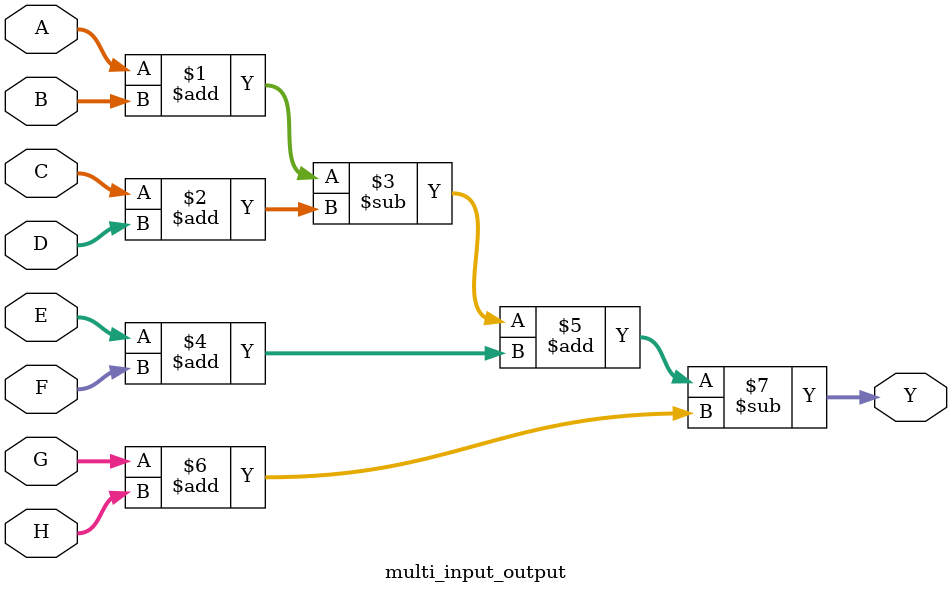
<source format=v>
module multi_input_output (
    input [7:0] A,
    input [7:0] B,
    input [7:0] C,
    input [7:0] D,
    input [7:0] E,
    input [7:0] F,
    input [7:0] G,
    input [7:0] H,
    output [7:0] Y
);

    assign Y = (A + B) - (C + D) + (E + F) - (G + H);

endmodule
</source>
